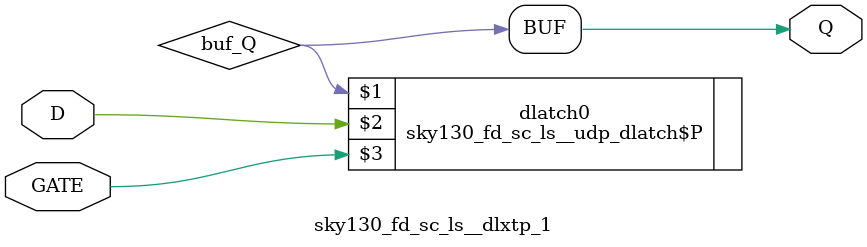
<source format=v>
/*
 * Copyright 2020 The SkyWater PDK Authors
 *
 * Licensed under the Apache License, Version 2.0 (the "License");
 * you may not use this file except in compliance with the License.
 * You may obtain a copy of the License at
 *
 *     https://www.apache.org/licenses/LICENSE-2.0
 *
 * Unless required by applicable law or agreed to in writing, software
 * distributed under the License is distributed on an "AS IS" BASIS,
 * WITHOUT WARRANTIES OR CONDITIONS OF ANY KIND, either express or implied.
 * See the License for the specific language governing permissions and
 * limitations under the License.
 *
 * SPDX-License-Identifier: Apache-2.0
*/


`ifndef SKY130_FD_SC_LS__DLXTP_1_FUNCTIONAL_V
`define SKY130_FD_SC_LS__DLXTP_1_FUNCTIONAL_V

/**
 * dlxtp: Delay latch, non-inverted enable, single output.
 *
 * Verilog simulation functional model.
 */

`timescale 1ns / 1ps
`default_nettype none

// Import user defined primitives.
`include "../../models/udp_dlatch_p/sky130_fd_sc_ls__udp_dlatch_p.v"

`celldefine
module sky130_fd_sc_ls__dlxtp_1 (
    Q   ,
    D   ,
    GATE
);

    // Module ports
    output Q   ;
    input  D   ;
    input  GATE;

    // Local signals
    wire buf_Q;

    //                            Name     Output  Other arguments
    sky130_fd_sc_ls__udp_dlatch$P dlatch0 (buf_Q , D, GATE        );
    buf                           buf0    (Q     , buf_Q          );

endmodule
`endcelldefine

`default_nettype wire
`endif  // SKY130_FD_SC_LS__DLXTP_1_FUNCTIONAL_V

</source>
